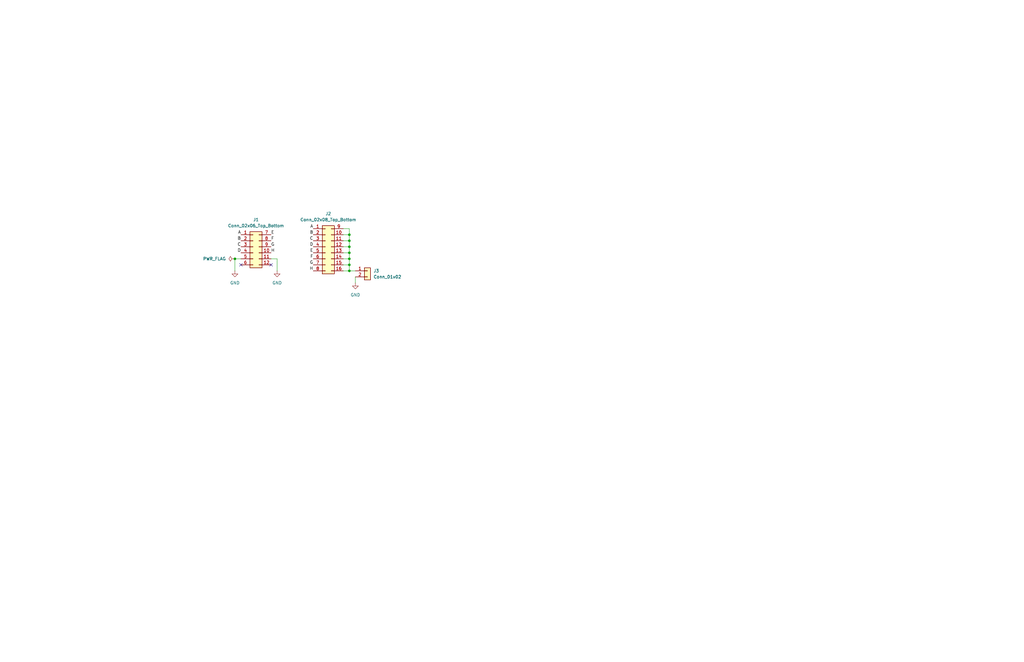
<source format=kicad_sch>
(kicad_sch (version 20250114) (generator "eeschema") (generator_version "9.0")
  (paper "USLedger")
  (title_block (company "Tom Keddie"))
  (lib_symbols
    (symbol "lib:Conn_01x02" (pin_names (offset 1.016) (hide yes))
      (property "Reference" "J" (at 0 2.54 0))
      (property "Value" "Conn_01x02" (at 0 -5.08 0))
      (symbol "Conn_01x02_1_1"
        (rectangle (start -1.27 1.27) (end 1.27 -3.81) (stroke (width 0.254)) (fill (type background)))
        (rectangle (start -1.27 0.127) (end 0 -0.127) (stroke (width 0.1524)))
        (rectangle (start -1.27 -2.413) (end 0 -2.667) (stroke (width 0.1524)))
        (pin passive line (at -5.08 0 0) (length 3.81) (name "Pin_1") (number "1"))
        (pin passive line (at -5.08 -2.54 0) (length 3.81) (name "Pin_2") (number "2"))
      )
    )
    (symbol "lib:Conn_02x06_Top_Bottom" (pin_names (offset 1.016) (hide yes))
      (property "Reference" "J" (at 1.27 7.62 0))
      (property "Value" "Conn_02x06_Top_Bottom" (at 1.27 -10.16 0))
      (symbol "Conn_02x06_Top_Bottom_1_1"
        (rectangle (start -1.27 6.35) (end 3.81 -8.89) (stroke (width 0.254)) (fill (type background)))
        (rectangle (start -1.27 5.207) (end 0 4.953) (stroke (width 0.1524)))
        (rectangle (start -1.27 2.667) (end 0 2.413) (stroke (width 0.1524)))
        (rectangle (start -1.27 0.127) (end 0 -0.127) (stroke (width 0.1524)))
        (rectangle (start -1.27 -2.413) (end 0 -2.667) (stroke (width 0.1524)))
        (rectangle (start -1.27 -4.953) (end 0 -5.207) (stroke (width 0.1524)))
        (rectangle (start -1.27 -7.493) (end 0 -7.747) (stroke (width 0.1524)))
        (rectangle (start 3.81 5.207) (end 2.54 4.953) (stroke (width 0.1524)))
        (rectangle (start 3.81 2.667) (end 2.54 2.413) (stroke (width 0.1524)))
        (rectangle (start 3.81 0.127) (end 2.54 -0.127) (stroke (width 0.1524)))
        (rectangle (start 3.81 -2.413) (end 2.54 -2.667) (stroke (width 0.1524)))
        (rectangle (start 3.81 -4.953) (end 2.54 -5.207) (stroke (width 0.1524)))
        (rectangle (start 3.81 -7.493) (end 2.54 -7.747) (stroke (width 0.1524)))
        (pin passive line (at -5.08 5.08 0) (length 3.81) (name "Pin_1") (number "1"))
        (pin passive line (at -5.08 2.54 0) (length 3.81) (name "Pin_2") (number "2"))
        (pin passive line (at -5.08 0 0) (length 3.81) (name "Pin_3") (number "3"))
        (pin passive line (at -5.08 -2.54 0) (length 3.81) (name "Pin_4") (number "4"))
        (pin passive line (at -5.08 -5.08 0) (length 3.81) (name "Pin_5") (number "5"))
        (pin passive line (at -5.08 -7.62 0) (length 3.81) (name "Pin_6") (number "6"))
        (pin passive line (at 7.62 5.08 180) (length 3.81) (name "Pin_7") (number "7"))
        (pin passive line (at 7.62 2.54 180) (length 3.81) (name "Pin_8") (number "8"))
        (pin passive line (at 7.62 0 180) (length 3.81) (name "Pin_9") (number "9"))
        (pin passive line (at 7.62 -2.54 180) (length 3.81) (name "Pin_10") (number "10"))
        (pin passive line (at 7.62 -5.08 180) (length 3.81) (name "Pin_11") (number "11"))
        (pin passive line (at 7.62 -7.62 180) (length 3.81) (name "Pin_12") (number "12"))
      )
    )
    (symbol "lib:Conn_02x08_Top_Bottom" (pin_names (offset 1.016) (hide yes))
      (property "Reference" "J" (at 1.27 10.16 0))
      (property "Value" "Conn_02x08_Top_Bottom" (at 1.27 -12.7 0))
      (symbol "Conn_02x08_Top_Bottom_1_1"
        (rectangle (start -1.27 8.89) (end 3.81 -11.43) (stroke (width 0.254)) (fill (type background)))
        (rectangle (start -1.27 7.747) (end 0 7.493) (stroke (width 0.1524)))
        (rectangle (start -1.27 5.207) (end 0 4.953) (stroke (width 0.1524)))
        (rectangle (start -1.27 2.667) (end 0 2.413) (stroke (width 0.1524)))
        (rectangle (start -1.27 0.127) (end 0 -0.127) (stroke (width 0.1524)))
        (rectangle (start -1.27 -2.413) (end 0 -2.667) (stroke (width 0.1524)))
        (rectangle (start -1.27 -4.953) (end 0 -5.207) (stroke (width 0.1524)))
        (rectangle (start -1.27 -7.493) (end 0 -7.747) (stroke (width 0.1524)))
        (rectangle (start -1.27 -10.033) (end 0 -10.287) (stroke (width 0.1524)))
        (rectangle (start 3.81 7.747) (end 2.54 7.493) (stroke (width 0.1524)))
        (rectangle (start 3.81 5.207) (end 2.54 4.953) (stroke (width 0.1524)))
        (rectangle (start 3.81 2.667) (end 2.54 2.413) (stroke (width 0.1524)))
        (rectangle (start 3.81 0.127) (end 2.54 -0.127) (stroke (width 0.1524)))
        (rectangle (start 3.81 -2.413) (end 2.54 -2.667) (stroke (width 0.1524)))
        (rectangle (start 3.81 -4.953) (end 2.54 -5.207) (stroke (width 0.1524)))
        (rectangle (start 3.81 -7.493) (end 2.54 -7.747) (stroke (width 0.1524)))
        (rectangle (start 3.81 -10.033) (end 2.54 -10.287) (stroke (width 0.1524)))
        (pin passive line (at -5.08 7.62 0) (length 3.81) (name "Pin_1") (number "1"))
        (pin passive line (at -5.08 5.08 0) (length 3.81) (name "Pin_2") (number "2"))
        (pin passive line (at -5.08 2.54 0) (length 3.81) (name "Pin_3") (number "3"))
        (pin passive line (at -5.08 0 0) (length 3.81) (name "Pin_4") (number "4"))
        (pin passive line (at -5.08 -2.54 0) (length 3.81) (name "Pin_5") (number "5"))
        (pin passive line (at -5.08 -5.08 0) (length 3.81) (name "Pin_6") (number "6"))
        (pin passive line (at -5.08 -7.62 0) (length 3.81) (name "Pin_7") (number "7"))
        (pin passive line (at -5.08 -10.16 0) (length 3.81) (name "Pin_8") (number "8"))
        (pin passive line (at 7.62 7.62 180) (length 3.81) (name "Pin_9") (number "9"))
        (pin passive line (at 7.62 5.08 180) (length 3.81) (name "Pin_10") (number "10"))
        (pin passive line (at 7.62 2.54 180) (length 3.81) (name "Pin_11") (number "11"))
        (pin passive line (at 7.62 0 180) (length 3.81) (name "Pin_12") (number "12"))
        (pin passive line (at 7.62 -2.54 180) (length 3.81) (name "Pin_13") (number "13"))
        (pin passive line (at 7.62 -5.08 180) (length 3.81) (name "Pin_14") (number "14"))
        (pin passive line (at 7.62 -7.62 180) (length 3.81) (name "Pin_15") (number "15"))
        (pin passive line (at 7.62 -10.16 180) (length 3.81) (name "Pin_16") (number "16"))
      )
    )
    (symbol "power:GND" (power) (pin_numbers (hide yes)) (pin_names (offset 0) (hide yes))
      (property "Value" "GND" (at 0 -3.81 0))
      (symbol "GND_0_1"
        (polyline (pts (xy 0 0) (xy 0 -1.27) (xy 1.27 -1.27) (xy 0 -2.54) (xy -1.27 -1.27) (xy 0 -1.27)))
      )
      (symbol "GND_1_1"
        (pin power_in line (at 0 0 270) (length 0) (name "~") (number "1"))
      )
    )
    (symbol "power:PWR_FLAG" (power) (pin_numbers (hide yes)) (pin_names (offset 0) (hide yes))
      (property "Value" "PWR_FLAG" (at 0 3.81 0))
      (symbol "PWR_FLAG_0_0"
        (pin power_out line (at 0 0 90) (length 0) (name "~") (number "1"))
      )
      (symbol "PWR_FLAG_0_1"
        (polyline (pts (xy 0 0) (xy 0 1.27) (xy -1.016 1.905) (xy 0 2.54) (xy 1.016 1.905) (xy 0 1.27)))
      )
    )
  )
  (junction (at 147.32 101.6))
  (junction (at 147.32 111.76))
  (junction (at 147.32 114.3))
  (junction (at 147.32 109.22))
  (junction (at 147.32 99.06))
  (junction (at 147.32 106.68))
  (junction (at 99.06 109.22))
  (junction (at 147.32 104.14))
  (no_connect (at 101.6 111.76))
  (no_connect (at 114.3 111.76))
  (wire (pts (xy 149.86 116.84) (xy 149.86 119.38)))
  (wire (pts (xy 116.84 109.22) (xy 116.84 114.3)))
  (wire (pts (xy 147.32 109.22) (xy 147.32 111.76)))
  (wire (pts (xy 144.78 96.52) (xy 147.32 96.52)))
  (wire (pts (xy 144.78 111.76) (xy 147.32 111.76)))
  (wire (pts (xy 147.32 99.06) (xy 147.32 101.6)))
  (wire (pts (xy 144.78 109.22) (xy 147.32 109.22)))
  (wire (pts (xy 147.32 104.14) (xy 147.32 106.68)))
  (wire (pts (xy 101.6 109.22) (xy 99.06 109.22)))
  (wire (pts (xy 99.06 109.22) (xy 99.06 114.3)))
  (wire (pts (xy 147.32 114.3) (xy 144.78 114.3)))
  (wire (pts (xy 144.78 99.06) (xy 147.32 99.06)))
  (wire (pts (xy 147.32 106.68) (xy 147.32 109.22)))
  (wire (pts (xy 147.32 111.76) (xy 147.32 114.3)))
  (wire (pts (xy 147.32 96.52) (xy 147.32 99.06)))
  (wire (pts (xy 147.32 101.6) (xy 147.32 104.14)))
  (wire (pts (xy 147.32 114.3) (xy 149.86 114.3)))
  (wire (pts (xy 144.78 104.14) (xy 147.32 104.14)))
  (wire (pts (xy 144.78 106.68) (xy 147.32 106.68)))
  (wire (pts (xy 144.78 101.6) (xy 147.32 101.6)))
  (wire (pts (xy 114.3 109.22) (xy 116.84 109.22)))
  (label "C" (at 101.6 104.14 180))
  (label "E" (at 132.08 106.68 180))
  (label "B" (at 132.08 99.06 180))
  (label "F" (at 114.3 101.6 0))
  (label "D" (at 101.6 106.68 180))
  (label "B" (at 101.6 101.6 180))
  (label "G" (at 114.3 104.14 0))
  (label "F" (at 132.08 109.22 180))
  (label "H" (at 114.3 106.68 0))
  (label "C" (at 132.08 101.6 180))
  (label "A" (at 132.08 96.52 180))
  (label "E" (at 114.3 99.06 0))
  (label "G" (at 132.08 111.76 180))
  (label "A" (at 101.6 99.06 180))
  (label "H" (at 132.08 114.3 180))
  (label "D" (at 132.08 104.14 180))
  (symbol (lib_id "power:GND") (at 116.84 114.3 0) (unit 1)
    (property "Reference" "#PWR02" (effects (hide yes)))
    (property "Value" "GND" (at 116.84 119.38 0))
    (property "Description" "Power symbol creates a global label with name \"GND\" , ground" (effects (hide yes)))
  )
  (symbol (lib_id "lib:Conn_02x06_Top_Bottom") (at 106.68 104.14 0) (unit 1)
    (property "Reference" "J1" (at 107.95 92.71 0))
    (property "Value" "Conn_02x06_Top_Bottom" (at 107.95 95.25 0))
    (property "Footprint" "lib:PinHeader_2x06_P2.54mm_Horizontal_Top_Bottom" (effects (hide yes)))
    (property "Description" "Generic connector, double row, 02x06, top/bottom pin numbering scheme (row 1: 1...pins_per_row, row2: pins_per_row+1 ... num_pins), script generated (kicad-library-utils/schlib/autogen/connector/)" (effects (hide yes)))
  )
  (symbol (lib_id "lib:Conn_02x08_Top_Bottom") (at 137.16 104.14 0) (unit 1)
    (property "Reference" "J2" (at 138.43 90.17 0))
    (property "Value" "Conn_02x08_Top_Bottom" (at 138.43 92.71 0))
    (property "Footprint" "lib:PinHeader_2x08_P2.54mm_Vertical_Top_Bottom" (effects (hide yes)))
    (property "Description" "Generic connector, double row, 02x08, top/bottom pin numbering scheme (row 1: 1...pins_per_row, row2: pins_per_row+1 ... num_pins), script generated (kicad-library-utils/schlib/autogen/connector/)" (effects (hide yes)))
  )
  (symbol (lib_id "power:GND") (at 149.86 119.38 0) (unit 1)
    (property "Reference" "#PWR03" (effects (hide yes)))
    (property "Value" "GND" (at 149.86 124.46 0))
    (property "Description" "Power symbol creates a global label with name \"GND\" , ground" (effects (hide yes)))
  )
  (symbol (lib_id "lib:Conn_01x02") (at 154.94 114.3 0) (unit 1)
    (property "Reference" "J3" (at 157.48 114.2999 0) (effects (justify left)))
    (property "Value" "Conn_01x02" (at 157.48 116.8399 0) (effects (justify left)))
    (property "Footprint" "lib:SMA_Amphenol_901-143_Horizontal" (effects (hide yes)))
    (property "Description" "Generic connector, single row, 01x02, script generated (kicad-library-utils/schlib/autogen/connector/)" (effects (hide yes)))
  )
  (symbol (lib_id "power:GND") (at 99.06 114.3 0) (unit 1)
    (property "Reference" "#PWR01" (effects (hide yes)))
    (property "Value" "GND" (at 99.06 119.38 0))
    (property "Description" "Power symbol creates a global label with name \"GND\" , ground" (effects (hide yes)))
  )
  (symbol (lib_id "power:PWR_FLAG") (at 99.06 109.22 90) (unit 1)
    (property "Reference" "#FLG01" (effects (hide yes)))
    (property "Value" "PWR_FLAG" (at 95.25 109.2199 90) (effects (justify left)))
    (property "Description" "Special symbol for telling ERC where power comes from" (effects (hide yes)))
  )
)
</source>
